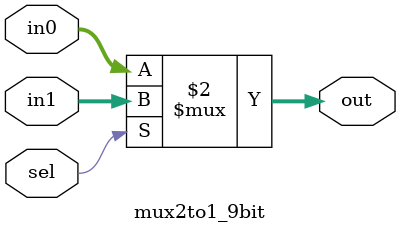
<source format=v>
module mux2to1_9bit (
    input wire [8:0] in0,  
    input wire [8:0] in1,  
    input wire sel,        
    output wire [8:0] out  
);

    assign out = (sel == 1'b0) ? in0 : in1;

endmodule

</source>
